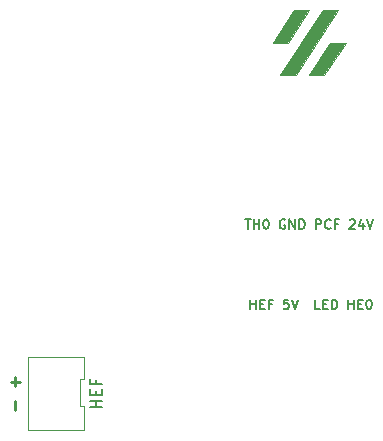
<source format=gbr>
%TF.GenerationSoftware,KiCad,Pcbnew,(6.0.0)*%
%TF.CreationDate,2023-10-09T13:50:17-07:00*%
%TF.ProjectId,minisb_bowden,6d696e69-7362-45f6-926f-7764656e2e6b,rev?*%
%TF.SameCoordinates,Original*%
%TF.FileFunction,Legend,Top*%
%TF.FilePolarity,Positive*%
%FSLAX46Y46*%
G04 Gerber Fmt 4.6, Leading zero omitted, Abs format (unit mm)*
G04 Created by KiCad (PCBNEW (6.0.0)) date 2023-10-09 13:50:17*
%MOMM*%
%LPD*%
G01*
G04 APERTURE LIST*
%ADD10C,0.039687*%
%ADD11C,0.150000*%
%ADD12C,0.250000*%
%ADD13C,0.120000*%
G04 APERTURE END LIST*
D10*
X127143166Y-75594415D02*
X125826334Y-75594415D01*
X125826334Y-75594415D02*
X127627353Y-72854391D01*
X127627353Y-72854391D02*
X128944184Y-72854391D01*
X128944184Y-72854391D02*
X127143166Y-75594415D01*
X127143166Y-75594415D02*
X127143166Y-75594415D01*
G36*
X127143166Y-75594415D02*
G01*
X125826334Y-75594415D01*
X127627353Y-72854391D01*
X128944184Y-72854391D01*
X127143166Y-75594415D01*
G37*
X127143166Y-75594415D02*
X125826334Y-75594415D01*
X127627353Y-72854391D01*
X128944184Y-72854391D01*
X127143166Y-75594415D01*
X124575384Y-70117540D02*
X125892216Y-70117540D01*
X125892216Y-70117540D02*
X124090800Y-72857565D01*
X124090800Y-72857565D02*
X122773969Y-72857565D01*
X122773969Y-72857565D02*
X124575384Y-70117540D01*
X124575384Y-70117540D02*
X124575384Y-70117540D01*
G36*
X124090800Y-72857565D02*
G01*
X122773969Y-72857565D01*
X124575384Y-70117540D01*
X125892216Y-70117540D01*
X124090800Y-72857565D01*
G37*
X124090800Y-72857565D02*
X122773969Y-72857565D01*
X124575384Y-70117540D01*
X125892216Y-70117540D01*
X124090800Y-72857565D01*
X123399443Y-75594415D02*
X127001878Y-70113573D01*
X127001878Y-70113573D02*
X128318709Y-70113573D01*
X128318709Y-70113573D02*
X124715877Y-75594415D01*
X124715877Y-75594415D02*
X123399443Y-75594415D01*
X123399443Y-75594415D02*
X123399443Y-75594415D01*
G36*
X124715877Y-75594415D02*
G01*
X123399443Y-75594415D01*
X127001878Y-70113573D01*
X128318709Y-70113573D01*
X124715877Y-75594415D01*
G37*
X124715877Y-75594415D02*
X123399443Y-75594415D01*
X127001878Y-70113573D01*
X128318709Y-70113573D01*
X124715877Y-75594415D01*
D11*
X120876190Y-95421904D02*
X120876190Y-94621904D01*
X120876190Y-95002857D02*
X121333333Y-95002857D01*
X121333333Y-95421904D02*
X121333333Y-94621904D01*
X121714285Y-95002857D02*
X121980952Y-95002857D01*
X122095238Y-95421904D02*
X121714285Y-95421904D01*
X121714285Y-94621904D01*
X122095238Y-94621904D01*
X122704761Y-95002857D02*
X122438095Y-95002857D01*
X122438095Y-95421904D02*
X122438095Y-94621904D01*
X122819047Y-94621904D01*
X124114285Y-94621904D02*
X123733333Y-94621904D01*
X123695238Y-95002857D01*
X123733333Y-94964761D01*
X123809523Y-94926666D01*
X124000000Y-94926666D01*
X124076190Y-94964761D01*
X124114285Y-95002857D01*
X124152380Y-95079047D01*
X124152380Y-95269523D01*
X124114285Y-95345714D01*
X124076190Y-95383809D01*
X124000000Y-95421904D01*
X123809523Y-95421904D01*
X123733333Y-95383809D01*
X123695238Y-95345714D01*
X124380952Y-94621904D02*
X124647619Y-95421904D01*
X124914285Y-94621904D01*
X126780952Y-95421904D02*
X126400000Y-95421904D01*
X126400000Y-94621904D01*
X127047619Y-95002857D02*
X127314285Y-95002857D01*
X127428571Y-95421904D02*
X127047619Y-95421904D01*
X127047619Y-94621904D01*
X127428571Y-94621904D01*
X127771428Y-95421904D02*
X127771428Y-94621904D01*
X127961904Y-94621904D01*
X128076190Y-94660000D01*
X128152380Y-94736190D01*
X128190476Y-94812380D01*
X128228571Y-94964761D01*
X128228571Y-95079047D01*
X128190476Y-95231428D01*
X128152380Y-95307619D01*
X128076190Y-95383809D01*
X127961904Y-95421904D01*
X127771428Y-95421904D01*
X129180952Y-95421904D02*
X129180952Y-94621904D01*
X129180952Y-95002857D02*
X129638095Y-95002857D01*
X129638095Y-95421904D02*
X129638095Y-94621904D01*
X130019047Y-95002857D02*
X130285714Y-95002857D01*
X130400000Y-95421904D02*
X130019047Y-95421904D01*
X130019047Y-94621904D01*
X130400000Y-94621904D01*
X130895238Y-94621904D02*
X130971428Y-94621904D01*
X131047619Y-94660000D01*
X131085714Y-94698095D01*
X131123809Y-94774285D01*
X131161904Y-94926666D01*
X131161904Y-95117142D01*
X131123809Y-95269523D01*
X131085714Y-95345714D01*
X131047619Y-95383809D01*
X130971428Y-95421904D01*
X130895238Y-95421904D01*
X130819047Y-95383809D01*
X130780952Y-95345714D01*
X130742857Y-95269523D01*
X130704761Y-95117142D01*
X130704761Y-94926666D01*
X130742857Y-94774285D01*
X130780952Y-94698095D01*
X130819047Y-94660000D01*
X130895238Y-94621904D01*
X120460476Y-87831904D02*
X120917619Y-87831904D01*
X120689047Y-88631904D02*
X120689047Y-87831904D01*
X121184285Y-88631904D02*
X121184285Y-87831904D01*
X121184285Y-88212857D02*
X121641428Y-88212857D01*
X121641428Y-88631904D02*
X121641428Y-87831904D01*
X122174761Y-87831904D02*
X122250952Y-87831904D01*
X122327142Y-87870000D01*
X122365238Y-87908095D01*
X122403333Y-87984285D01*
X122441428Y-88136666D01*
X122441428Y-88327142D01*
X122403333Y-88479523D01*
X122365238Y-88555714D01*
X122327142Y-88593809D01*
X122250952Y-88631904D01*
X122174761Y-88631904D01*
X122098571Y-88593809D01*
X122060476Y-88555714D01*
X122022380Y-88479523D01*
X121984285Y-88327142D01*
X121984285Y-88136666D01*
X122022380Y-87984285D01*
X122060476Y-87908095D01*
X122098571Y-87870000D01*
X122174761Y-87831904D01*
X123812857Y-87870000D02*
X123736666Y-87831904D01*
X123622380Y-87831904D01*
X123508095Y-87870000D01*
X123431904Y-87946190D01*
X123393809Y-88022380D01*
X123355714Y-88174761D01*
X123355714Y-88289047D01*
X123393809Y-88441428D01*
X123431904Y-88517619D01*
X123508095Y-88593809D01*
X123622380Y-88631904D01*
X123698571Y-88631904D01*
X123812857Y-88593809D01*
X123850952Y-88555714D01*
X123850952Y-88289047D01*
X123698571Y-88289047D01*
X124193809Y-88631904D02*
X124193809Y-87831904D01*
X124650952Y-88631904D01*
X124650952Y-87831904D01*
X125031904Y-88631904D02*
X125031904Y-87831904D01*
X125222380Y-87831904D01*
X125336666Y-87870000D01*
X125412857Y-87946190D01*
X125450952Y-88022380D01*
X125489047Y-88174761D01*
X125489047Y-88289047D01*
X125450952Y-88441428D01*
X125412857Y-88517619D01*
X125336666Y-88593809D01*
X125222380Y-88631904D01*
X125031904Y-88631904D01*
X126441428Y-88631904D02*
X126441428Y-87831904D01*
X126746190Y-87831904D01*
X126822380Y-87870000D01*
X126860476Y-87908095D01*
X126898571Y-87984285D01*
X126898571Y-88098571D01*
X126860476Y-88174761D01*
X126822380Y-88212857D01*
X126746190Y-88250952D01*
X126441428Y-88250952D01*
X127698571Y-88555714D02*
X127660476Y-88593809D01*
X127546190Y-88631904D01*
X127470000Y-88631904D01*
X127355714Y-88593809D01*
X127279523Y-88517619D01*
X127241428Y-88441428D01*
X127203333Y-88289047D01*
X127203333Y-88174761D01*
X127241428Y-88022380D01*
X127279523Y-87946190D01*
X127355714Y-87870000D01*
X127470000Y-87831904D01*
X127546190Y-87831904D01*
X127660476Y-87870000D01*
X127698571Y-87908095D01*
X128308095Y-88212857D02*
X128041428Y-88212857D01*
X128041428Y-88631904D02*
X128041428Y-87831904D01*
X128422380Y-87831904D01*
X129298571Y-87908095D02*
X129336666Y-87870000D01*
X129412857Y-87831904D01*
X129603333Y-87831904D01*
X129679523Y-87870000D01*
X129717619Y-87908095D01*
X129755714Y-87984285D01*
X129755714Y-88060476D01*
X129717619Y-88174761D01*
X129260476Y-88631904D01*
X129755714Y-88631904D01*
X130441428Y-88098571D02*
X130441428Y-88631904D01*
X130250952Y-87793809D02*
X130060476Y-88365238D01*
X130555714Y-88365238D01*
X130746190Y-87831904D02*
X131012857Y-88631904D01*
X131279523Y-87831904D01*
%TO.C,HEF*%
X108312380Y-103746666D02*
X107312380Y-103746666D01*
X107788571Y-103746666D02*
X107788571Y-103175238D01*
X108312380Y-103175238D02*
X107312380Y-103175238D01*
X107788571Y-102699047D02*
X107788571Y-102365714D01*
X108312380Y-102222857D02*
X108312380Y-102699047D01*
X107312380Y-102699047D01*
X107312380Y-102222857D01*
X107788571Y-101460952D02*
X107788571Y-101794285D01*
X108312380Y-101794285D02*
X107312380Y-101794285D01*
X107312380Y-101318095D01*
D12*
X100967428Y-103992952D02*
X100967428Y-103231047D01*
X100967428Y-101960952D02*
X100967428Y-101199047D01*
X101348380Y-101580000D02*
X100586476Y-101580000D01*
D13*
X106770000Y-101326000D02*
X106770000Y-99520000D01*
X106770000Y-99520000D02*
X102050000Y-99520000D01*
X102050000Y-99520000D02*
X102050000Y-105640000D01*
X106484000Y-101326000D02*
X106770000Y-101326000D01*
X106484000Y-103612000D02*
X106484000Y-101326000D01*
X106770000Y-103612000D02*
X106484000Y-103612000D01*
X102050000Y-105640000D02*
X106770000Y-105640000D01*
X106770000Y-105640000D02*
X106770000Y-103612000D01*
%TD*%
M02*

</source>
